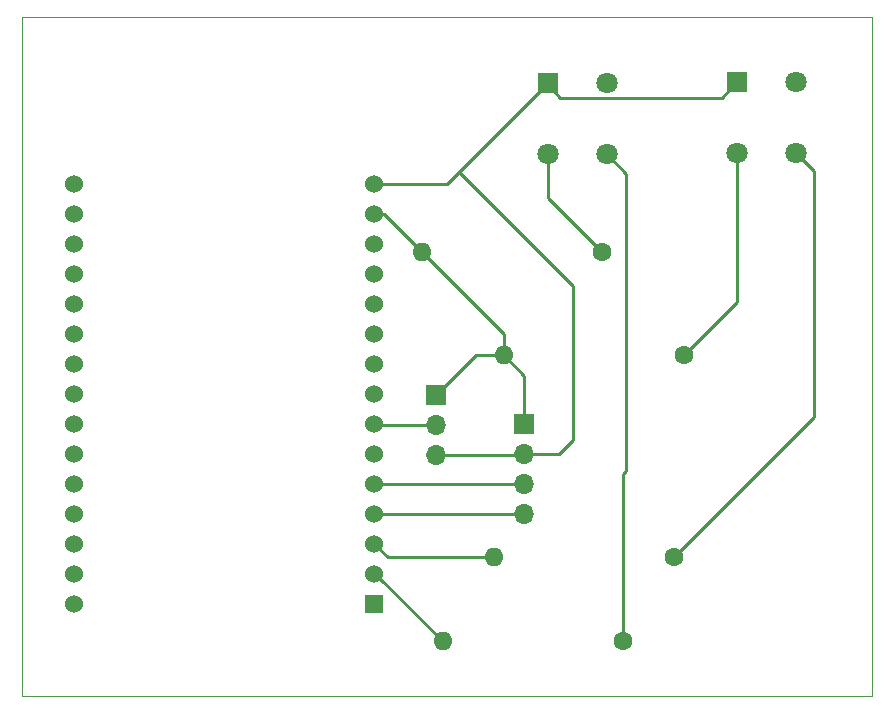
<source format=gbr>
%TF.GenerationSoftware,KiCad,Pcbnew,6.0.2+dfsg-1*%
%TF.CreationDate,2023-10-04T14:13:59+02:00*%
%TF.ProjectId,controller,636f6e74-726f-46c6-9c65-722e6b696361,rev?*%
%TF.SameCoordinates,Original*%
%TF.FileFunction,Copper,L2,Bot*%
%TF.FilePolarity,Positive*%
%FSLAX46Y46*%
G04 Gerber Fmt 4.6, Leading zero omitted, Abs format (unit mm)*
G04 Created by KiCad (PCBNEW 6.0.2+dfsg-1) date 2023-10-04 14:13:59*
%MOMM*%
%LPD*%
G01*
G04 APERTURE LIST*
%TA.AperFunction,Profile*%
%ADD10C,0.100000*%
%TD*%
%TA.AperFunction,ComponentPad*%
%ADD11R,1.800000X1.800000*%
%TD*%
%TA.AperFunction,ComponentPad*%
%ADD12C,1.800000*%
%TD*%
%TA.AperFunction,ComponentPad*%
%ADD13C,1.600000*%
%TD*%
%TA.AperFunction,ComponentPad*%
%ADD14O,1.600000X1.600000*%
%TD*%
%TA.AperFunction,ComponentPad*%
%ADD15R,1.700000X1.700000*%
%TD*%
%TA.AperFunction,ComponentPad*%
%ADD16O,1.700000X1.700000*%
%TD*%
%TA.AperFunction,ComponentPad*%
%ADD17R,1.524000X1.524000*%
%TD*%
%TA.AperFunction,ComponentPad*%
%ADD18C,1.524000*%
%TD*%
%TA.AperFunction,Conductor*%
%ADD19C,0.250000*%
%TD*%
G04 APERTURE END LIST*
D10*
X76840000Y-69740000D02*
X148800000Y-69740000D01*
X148800000Y-69740000D02*
X148800000Y-127230000D01*
X148800000Y-127230000D02*
X76840000Y-127230000D01*
X76840000Y-127230000D02*
X76840000Y-69740000D01*
D11*
%TO.P,Stop/start_robot1,1,1*%
%TO.N,Net-(ESPcontroller1-Pad15)*%
X137420000Y-75230000D03*
D12*
%TO.P,Stop/start_robot1,2,2*%
%TO.N,unconnected-(Stop/start_robot1-Pad2)*%
X142420000Y-75230000D03*
%TO.P,Stop/start_robot1,3,K*%
%TO.N,Net-(Resistor4-Pad1)*%
X137420000Y-81230000D03*
%TO.P,Stop/start_robot1,4,A*%
%TO.N,Net-(Resistor2-Pad1)*%
X142420000Y-81230000D03*
%TD*%
D11*
%TO.P,Start/stop_wepon1,1,1*%
%TO.N,Net-(ESPcontroller1-Pad15)*%
X121350000Y-75320000D03*
D12*
%TO.P,Start/stop_wepon1,2,2*%
%TO.N,unconnected-(Start/stop_wepon1-Pad2)*%
X126350000Y-75320000D03*
%TO.P,Start/stop_wepon1,3,K*%
%TO.N,Net-(R1-Pad1)*%
X121350000Y-81320000D03*
%TO.P,Start/stop_wepon1,4,A*%
%TO.N,Net-(Resistor1-Pad1)*%
X126350000Y-81320000D03*
%TD*%
D13*
%TO.P,Resistor2,1*%
%TO.N,Net-(Resistor2-Pad1)*%
X132090000Y-115420000D03*
D14*
%TO.P,Resistor2,2*%
%TO.N,Net-(ESPcontroller1-Pad3)*%
X116850000Y-115420000D03*
%TD*%
D15*
%TO.P,U1,1,GND*%
%TO.N,Net-(ESPcontroller1-Pad14)*%
X119395000Y-104140000D03*
D16*
%TO.P,U1,2,5V*%
%TO.N,Net-(ESPcontroller1-Pad15)*%
X119395000Y-106680000D03*
%TO.P,U1,3,VRX*%
%TO.N,Net-(ESPcontroller1-Pad5)*%
X119395000Y-109220000D03*
%TO.P,U1,4,VRY*%
%TO.N,Net-(ESPcontroller1-Pad4)*%
X119395000Y-111760000D03*
%TD*%
D13*
%TO.P,Resistor4,1*%
%TO.N,Net-(Resistor4-Pad1)*%
X132890000Y-98350000D03*
D14*
%TO.P,Resistor4,2*%
%TO.N,Net-(ESPcontroller1-Pad14)*%
X117650000Y-98350000D03*
%TD*%
D13*
%TO.P,Resistor1,1*%
%TO.N,Net-(Resistor1-Pad1)*%
X127710000Y-122530000D03*
D14*
%TO.P,Resistor1,2*%
%TO.N,Net-(ESPcontroller1-Pad2)*%
X112470000Y-122530000D03*
%TD*%
D17*
%TO.P,ESPcontroller1,1,EN*%
%TO.N,unconnected-(ESPcontroller1-Pad1)*%
X106680000Y-119380000D03*
D18*
%TO.P,ESPcontroller1,2,SENSOR_VP*%
%TO.N,Net-(ESPcontroller1-Pad2)*%
X106680000Y-116840000D03*
%TO.P,ESPcontroller1,3,SENSOR_VN*%
%TO.N,Net-(ESPcontroller1-Pad3)*%
X106680000Y-114300000D03*
%TO.P,ESPcontroller1,4,IO34*%
%TO.N,Net-(ESPcontroller1-Pad4)*%
X106680000Y-111760000D03*
%TO.P,ESPcontroller1,5,IO35*%
%TO.N,Net-(ESPcontroller1-Pad5)*%
X106680000Y-109220000D03*
%TO.P,ESPcontroller1,6,IO32*%
%TO.N,unconnected-(ESPcontroller1-Pad6)*%
X106680000Y-106680000D03*
%TO.P,ESPcontroller1,7,IO33*%
%TO.N,Net-(ESPcontroller1-Pad7)*%
X106680000Y-104140000D03*
%TO.P,ESPcontroller1,8,IO25*%
%TO.N,unconnected-(ESPcontroller1-Pad8)*%
X106680000Y-101600000D03*
%TO.P,ESPcontroller1,9,IO26*%
%TO.N,unconnected-(ESPcontroller1-Pad9)*%
X106680000Y-99060000D03*
%TO.P,ESPcontroller1,10,IO27*%
%TO.N,unconnected-(ESPcontroller1-Pad10)*%
X106680000Y-96520000D03*
%TO.P,ESPcontroller1,11,IO14*%
%TO.N,unconnected-(ESPcontroller1-Pad11)*%
X106680000Y-93980000D03*
%TO.P,ESPcontroller1,12,IO12*%
%TO.N,unconnected-(ESPcontroller1-Pad12)*%
X106680000Y-91440000D03*
%TO.P,ESPcontroller1,13,IO13*%
%TO.N,unconnected-(ESPcontroller1-Pad13)*%
X106680000Y-88900000D03*
%TO.P,ESPcontroller1,14,GND*%
%TO.N,Net-(ESPcontroller1-Pad14)*%
X106680000Y-86360000D03*
%TO.P,ESPcontroller1,15,VIN*%
%TO.N,Net-(ESPcontroller1-Pad15)*%
X106680000Y-83820000D03*
%TO.P,ESPcontroller1,16,3V3*%
%TO.N,unconnected-(ESPcontroller1-Pad16)*%
X81280000Y-83820000D03*
%TO.P,ESPcontroller1,17,GND*%
%TO.N,unconnected-(ESPcontroller1-Pad17)*%
X81280000Y-86360000D03*
%TO.P,ESPcontroller1,18,IO15*%
%TO.N,unconnected-(ESPcontroller1-Pad18)*%
X81280000Y-88900000D03*
%TO.P,ESPcontroller1,19,IO2*%
%TO.N,unconnected-(ESPcontroller1-Pad19)*%
X81280000Y-91440000D03*
%TO.P,ESPcontroller1,20,IO4*%
%TO.N,unconnected-(ESPcontroller1-Pad20)*%
X81280000Y-93980000D03*
%TO.P,ESPcontroller1,21,IO16*%
%TO.N,unconnected-(ESPcontroller1-Pad21)*%
X81280000Y-96520000D03*
%TO.P,ESPcontroller1,22,IO17*%
%TO.N,unconnected-(ESPcontroller1-Pad22)*%
X81280000Y-99060000D03*
%TO.P,ESPcontroller1,23,IO5*%
%TO.N,unconnected-(ESPcontroller1-Pad23)*%
X81280000Y-101600000D03*
%TO.P,ESPcontroller1,24,IO18*%
%TO.N,unconnected-(ESPcontroller1-Pad24)*%
X81280000Y-104140000D03*
%TO.P,ESPcontroller1,25,IO19*%
%TO.N,unconnected-(ESPcontroller1-Pad25)*%
X81280000Y-106680000D03*
%TO.P,ESPcontroller1,26,IO21*%
%TO.N,unconnected-(ESPcontroller1-Pad26)*%
X81280000Y-109220000D03*
%TO.P,ESPcontroller1,27,RXD0/IO3*%
%TO.N,unconnected-(ESPcontroller1-Pad27)*%
X81280000Y-111760000D03*
%TO.P,ESPcontroller1,28,TXD0/IO1*%
%TO.N,unconnected-(ESPcontroller1-Pad28)*%
X81280000Y-114300000D03*
%TO.P,ESPcontroller1,29,IO22*%
%TO.N,unconnected-(ESPcontroller1-Pad29)*%
X81280000Y-116840000D03*
%TO.P,ESPcontroller1,30,IO23*%
%TO.N,unconnected-(ESPcontroller1-Pad30)*%
X81280000Y-119380000D03*
%TD*%
D13*
%TO.P,R1,1*%
%TO.N,Net-(R1-Pad1)*%
X125940000Y-89590000D03*
D14*
%TO.P,R1,2*%
%TO.N,Net-(ESPcontroller1-Pad14)*%
X110700000Y-89590000D03*
%TD*%
D15*
%TO.P,Weponspeed1,1,1*%
%TO.N,Net-(ESPcontroller1-Pad14)*%
X111895000Y-101705000D03*
D16*
%TO.P,Weponspeed1,2,2*%
%TO.N,Net-(ESPcontroller1-Pad7)*%
X111895000Y-104245000D03*
%TO.P,Weponspeed1,3,3*%
%TO.N,Net-(ESPcontroller1-Pad15)*%
X111895000Y-106785000D03*
%TD*%
D19*
%TO.N,Net-(ESPcontroller1-Pad4)*%
X119395000Y-111760000D02*
X106680000Y-111760000D01*
%TO.N,Net-(ESPcontroller1-Pad2)*%
X112470000Y-122530000D02*
X106780000Y-116840000D01*
X106780000Y-116840000D02*
X106680000Y-116840000D01*
%TO.N,Net-(Resistor1-Pad1)*%
X127990000Y-82960000D02*
X127990000Y-108150000D01*
X127710000Y-122530000D02*
X127710000Y-108430000D01*
X127710000Y-108430000D02*
X127990000Y-108150000D01*
%TO.N,Net-(Resistor4-Pad1)*%
X137420000Y-81230000D02*
X137420000Y-93820000D01*
X137420000Y-93820000D02*
X132890000Y-98350000D01*
%TO.N,Net-(Resistor2-Pad1)*%
X143920000Y-103590000D02*
X143920000Y-82730000D01*
X143920000Y-82730000D02*
X142420000Y-81230000D01*
%TO.N,Net-(R1-Pad1)*%
X121350000Y-81320000D02*
X121350000Y-85000000D01*
X121350000Y-85000000D02*
X125940000Y-89590000D01*
%TO.N,Net-(Resistor1-Pad1)*%
X126350000Y-81320000D02*
X127990000Y-82960000D01*
%TO.N,Net-(ESPcontroller1-Pad14)*%
X119395000Y-104140000D02*
X119395000Y-100095000D01*
X119395000Y-100095000D02*
X117650000Y-98350000D01*
%TO.N,Net-(ESPcontroller1-Pad15)*%
X119395000Y-106680000D02*
X122300000Y-106680000D01*
X122300000Y-106680000D02*
X123490000Y-105490000D01*
X123490000Y-105490000D02*
X123490000Y-92470000D01*
X123490000Y-92470000D02*
X113845000Y-82825000D01*
X111895000Y-106785000D02*
X119290000Y-106785000D01*
%TO.N,Net-(ESPcontroller1-Pad5)*%
X119395000Y-109220000D02*
X106680000Y-109220000D01*
%TO.N,Net-(ESPcontroller1-Pad3)*%
X116850000Y-115420000D02*
X107800000Y-115420000D01*
X107800000Y-115420000D02*
X106680000Y-114300000D01*
%TO.N,Net-(ESPcontroller1-Pad7)*%
X106785000Y-104245000D02*
X106680000Y-104140000D01*
X111895000Y-104245000D02*
X106785000Y-104245000D01*
%TO.N,Net-(ESPcontroller1-Pad15)*%
X113845000Y-82825000D02*
X121350000Y-75320000D01*
X136105489Y-76544511D02*
X137420000Y-75230000D01*
X106680000Y-83820000D02*
X112850000Y-83820000D01*
X121350000Y-75320000D02*
X121350000Y-75480000D01*
X112850000Y-83820000D02*
X113385000Y-83285000D01*
X121350000Y-75480000D02*
X122414511Y-76544511D01*
X113385000Y-83285000D02*
X113845000Y-82825000D01*
X122414511Y-76544511D02*
X136105489Y-76544511D01*
%TO.N,Net-(Resistor2-Pad1)*%
X132090000Y-115420000D02*
X143920000Y-103590000D01*
%TO.N,Net-(ESPcontroller1-Pad14)*%
X115250000Y-98350000D02*
X111895000Y-101705000D01*
X107470000Y-86360000D02*
X106680000Y-86360000D01*
X117650000Y-98350000D02*
X115250000Y-98350000D01*
X117650000Y-96540000D02*
X110700000Y-89590000D01*
X110700000Y-89590000D02*
X107470000Y-86360000D01*
X117650000Y-98350000D02*
X117650000Y-96540000D01*
%TD*%
M02*

</source>
